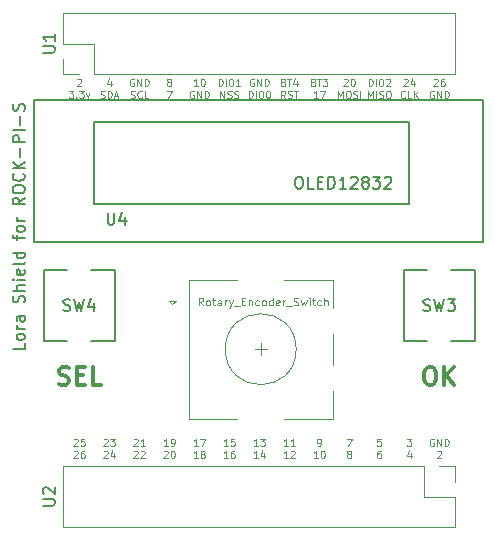
<source format=gbr>
G04 #@! TF.GenerationSoftware,KiCad,Pcbnew,(5.1.5)-3*
G04 #@! TF.CreationDate,2020-02-26T18:40:07+01:00*
G04 #@! TF.ProjectId,minirpi2,6d696e69-7270-4693-922e-6b696361645f,rev?*
G04 #@! TF.SameCoordinates,Original*
G04 #@! TF.FileFunction,Legend,Top*
G04 #@! TF.FilePolarity,Positive*
%FSLAX46Y46*%
G04 Gerber Fmt 4.6, Leading zero omitted, Abs format (unit mm)*
G04 Created by KiCad (PCBNEW (5.1.5)-3) date 2020-02-26 18:40:07*
%MOMM*%
%LPD*%
G04 APERTURE LIST*
%ADD10C,0.300000*%
%ADD11C,0.075000*%
%ADD12C,0.150000*%
%ADD13C,0.120000*%
%ADD14C,0.100000*%
G04 APERTURE END LIST*
D10*
X215007142Y-67758571D02*
X215292857Y-67758571D01*
X215435714Y-67830000D01*
X215578571Y-67972857D01*
X215650000Y-68258571D01*
X215650000Y-68758571D01*
X215578571Y-69044285D01*
X215435714Y-69187142D01*
X215292857Y-69258571D01*
X215007142Y-69258571D01*
X214864285Y-69187142D01*
X214721428Y-69044285D01*
X214650000Y-68758571D01*
X214650000Y-68258571D01*
X214721428Y-67972857D01*
X214864285Y-67830000D01*
X215007142Y-67758571D01*
X216292857Y-69258571D02*
X216292857Y-67758571D01*
X217150000Y-69258571D02*
X216507142Y-68401428D01*
X217150000Y-67758571D02*
X216292857Y-68615714D01*
X183705714Y-69187142D02*
X183920000Y-69258571D01*
X184277142Y-69258571D01*
X184420000Y-69187142D01*
X184491428Y-69115714D01*
X184562857Y-68972857D01*
X184562857Y-68830000D01*
X184491428Y-68687142D01*
X184420000Y-68615714D01*
X184277142Y-68544285D01*
X183991428Y-68472857D01*
X183848571Y-68401428D01*
X183777142Y-68330000D01*
X183705714Y-68187142D01*
X183705714Y-68044285D01*
X183777142Y-67901428D01*
X183848571Y-67830000D01*
X183991428Y-67758571D01*
X184348571Y-67758571D01*
X184562857Y-67830000D01*
X185205714Y-68472857D02*
X185705714Y-68472857D01*
X185920000Y-69258571D02*
X185205714Y-69258571D01*
X185205714Y-67758571D01*
X185920000Y-67758571D01*
X187277142Y-69258571D02*
X186562857Y-69258571D01*
X186562857Y-67758571D01*
D11*
X213160000Y-73839428D02*
X213531428Y-73839428D01*
X213331428Y-74068000D01*
X213417142Y-74068000D01*
X213474285Y-74096571D01*
X213502857Y-74125142D01*
X213531428Y-74182285D01*
X213531428Y-74325142D01*
X213502857Y-74382285D01*
X213474285Y-74410857D01*
X213417142Y-74439428D01*
X213245714Y-74439428D01*
X213188571Y-74410857D01*
X213160000Y-74382285D01*
X210934285Y-74855428D02*
X210820000Y-74855428D01*
X210762857Y-74884000D01*
X210734285Y-74912571D01*
X210677142Y-74998285D01*
X210648571Y-75112571D01*
X210648571Y-75341142D01*
X210677142Y-75398285D01*
X210705714Y-75426857D01*
X210762857Y-75455428D01*
X210877142Y-75455428D01*
X210934285Y-75426857D01*
X210962857Y-75398285D01*
X210991428Y-75341142D01*
X210991428Y-75198285D01*
X210962857Y-75141142D01*
X210934285Y-75112571D01*
X210877142Y-75084000D01*
X210762857Y-75084000D01*
X210705714Y-75112571D01*
X210677142Y-75141142D01*
X210648571Y-75198285D01*
X208080000Y-73839428D02*
X208480000Y-73839428D01*
X208222857Y-74439428D01*
X208222857Y-75112571D02*
X208165714Y-75084000D01*
X208137142Y-75055428D01*
X208108571Y-74998285D01*
X208108571Y-74969714D01*
X208137142Y-74912571D01*
X208165714Y-74884000D01*
X208222857Y-74855428D01*
X208337142Y-74855428D01*
X208394285Y-74884000D01*
X208422857Y-74912571D01*
X208451428Y-74969714D01*
X208451428Y-74998285D01*
X208422857Y-75055428D01*
X208394285Y-75084000D01*
X208337142Y-75112571D01*
X208222857Y-75112571D01*
X208165714Y-75141142D01*
X208137142Y-75169714D01*
X208108571Y-75226857D01*
X208108571Y-75341142D01*
X208137142Y-75398285D01*
X208165714Y-75426857D01*
X208222857Y-75455428D01*
X208337142Y-75455428D01*
X208394285Y-75426857D01*
X208422857Y-75398285D01*
X208451428Y-75341142D01*
X208451428Y-75226857D01*
X208422857Y-75169714D01*
X208394285Y-75141142D01*
X208337142Y-75112571D01*
X205625714Y-74439428D02*
X205740000Y-74439428D01*
X205797142Y-74410857D01*
X205825714Y-74382285D01*
X205882857Y-74296571D01*
X205911428Y-74182285D01*
X205911428Y-73953714D01*
X205882857Y-73896571D01*
X205854285Y-73868000D01*
X205797142Y-73839428D01*
X205682857Y-73839428D01*
X205625714Y-73868000D01*
X205597142Y-73896571D01*
X205568571Y-73953714D01*
X205568571Y-74096571D01*
X205597142Y-74153714D01*
X205625714Y-74182285D01*
X205682857Y-74210857D01*
X205797142Y-74210857D01*
X205854285Y-74182285D01*
X205882857Y-74153714D01*
X205911428Y-74096571D01*
X205625714Y-75455428D02*
X205282857Y-75455428D01*
X205454285Y-75455428D02*
X205454285Y-74855428D01*
X205397142Y-74941142D01*
X205340000Y-74998285D01*
X205282857Y-75026857D01*
X205997142Y-74855428D02*
X206054285Y-74855428D01*
X206111428Y-74884000D01*
X206140000Y-74912571D01*
X206168571Y-74969714D01*
X206197142Y-75084000D01*
X206197142Y-75226857D01*
X206168571Y-75341142D01*
X206140000Y-75398285D01*
X206111428Y-75426857D01*
X206054285Y-75455428D01*
X205997142Y-75455428D01*
X205940000Y-75426857D01*
X205911428Y-75398285D01*
X205882857Y-75341142D01*
X205854285Y-75226857D01*
X205854285Y-75084000D01*
X205882857Y-74969714D01*
X205911428Y-74912571D01*
X205940000Y-74884000D01*
X205997142Y-74855428D01*
X210962857Y-73839428D02*
X210677142Y-73839428D01*
X210648571Y-74125142D01*
X210677142Y-74096571D01*
X210734285Y-74068000D01*
X210877142Y-74068000D01*
X210934285Y-74096571D01*
X210962857Y-74125142D01*
X210991428Y-74182285D01*
X210991428Y-74325142D01*
X210962857Y-74382285D01*
X210934285Y-74410857D01*
X210877142Y-74439428D01*
X210734285Y-74439428D01*
X210677142Y-74410857D01*
X210648571Y-74382285D01*
X213474285Y-75055428D02*
X213474285Y-75455428D01*
X213331428Y-74826857D02*
X213188571Y-75255428D01*
X213560000Y-75255428D01*
X198005714Y-74439428D02*
X197662857Y-74439428D01*
X197834285Y-74439428D02*
X197834285Y-73839428D01*
X197777142Y-73925142D01*
X197720000Y-73982285D01*
X197662857Y-74010857D01*
X198548571Y-73839428D02*
X198262857Y-73839428D01*
X198234285Y-74125142D01*
X198262857Y-74096571D01*
X198320000Y-74068000D01*
X198462857Y-74068000D01*
X198520000Y-74096571D01*
X198548571Y-74125142D01*
X198577142Y-74182285D01*
X198577142Y-74325142D01*
X198548571Y-74382285D01*
X198520000Y-74410857D01*
X198462857Y-74439428D01*
X198320000Y-74439428D01*
X198262857Y-74410857D01*
X198234285Y-74382285D01*
X198005714Y-75455428D02*
X197662857Y-75455428D01*
X197834285Y-75455428D02*
X197834285Y-74855428D01*
X197777142Y-74941142D01*
X197720000Y-74998285D01*
X197662857Y-75026857D01*
X198520000Y-74855428D02*
X198405714Y-74855428D01*
X198348571Y-74884000D01*
X198320000Y-74912571D01*
X198262857Y-74998285D01*
X198234285Y-75112571D01*
X198234285Y-75341142D01*
X198262857Y-75398285D01*
X198291428Y-75426857D01*
X198348571Y-75455428D01*
X198462857Y-75455428D01*
X198520000Y-75426857D01*
X198548571Y-75398285D01*
X198577142Y-75341142D01*
X198577142Y-75198285D01*
X198548571Y-75141142D01*
X198520000Y-75112571D01*
X198462857Y-75084000D01*
X198348571Y-75084000D01*
X198291428Y-75112571D01*
X198262857Y-75141142D01*
X198234285Y-75198285D01*
X195465714Y-74439428D02*
X195122857Y-74439428D01*
X195294285Y-74439428D02*
X195294285Y-73839428D01*
X195237142Y-73925142D01*
X195180000Y-73982285D01*
X195122857Y-74010857D01*
X195665714Y-73839428D02*
X196065714Y-73839428D01*
X195808571Y-74439428D01*
X195465714Y-75455428D02*
X195122857Y-75455428D01*
X195294285Y-75455428D02*
X195294285Y-74855428D01*
X195237142Y-74941142D01*
X195180000Y-74998285D01*
X195122857Y-75026857D01*
X195808571Y-75112571D02*
X195751428Y-75084000D01*
X195722857Y-75055428D01*
X195694285Y-74998285D01*
X195694285Y-74969714D01*
X195722857Y-74912571D01*
X195751428Y-74884000D01*
X195808571Y-74855428D01*
X195922857Y-74855428D01*
X195980000Y-74884000D01*
X196008571Y-74912571D01*
X196037142Y-74969714D01*
X196037142Y-74998285D01*
X196008571Y-75055428D01*
X195980000Y-75084000D01*
X195922857Y-75112571D01*
X195808571Y-75112571D01*
X195751428Y-75141142D01*
X195722857Y-75169714D01*
X195694285Y-75226857D01*
X195694285Y-75341142D01*
X195722857Y-75398285D01*
X195751428Y-75426857D01*
X195808571Y-75455428D01*
X195922857Y-75455428D01*
X195980000Y-75426857D01*
X196008571Y-75398285D01*
X196037142Y-75341142D01*
X196037142Y-75226857D01*
X196008571Y-75169714D01*
X195980000Y-75141142D01*
X195922857Y-75112571D01*
X203085714Y-75455428D02*
X202742857Y-75455428D01*
X202914285Y-75455428D02*
X202914285Y-74855428D01*
X202857142Y-74941142D01*
X202800000Y-74998285D01*
X202742857Y-75026857D01*
X203314285Y-74912571D02*
X203342857Y-74884000D01*
X203400000Y-74855428D01*
X203542857Y-74855428D01*
X203600000Y-74884000D01*
X203628571Y-74912571D01*
X203657142Y-74969714D01*
X203657142Y-75026857D01*
X203628571Y-75112571D01*
X203285714Y-75455428D01*
X203657142Y-75455428D01*
X200545714Y-74439428D02*
X200202857Y-74439428D01*
X200374285Y-74439428D02*
X200374285Y-73839428D01*
X200317142Y-73925142D01*
X200260000Y-73982285D01*
X200202857Y-74010857D01*
X200745714Y-73839428D02*
X201117142Y-73839428D01*
X200917142Y-74068000D01*
X201002857Y-74068000D01*
X201060000Y-74096571D01*
X201088571Y-74125142D01*
X201117142Y-74182285D01*
X201117142Y-74325142D01*
X201088571Y-74382285D01*
X201060000Y-74410857D01*
X201002857Y-74439428D01*
X200831428Y-74439428D01*
X200774285Y-74410857D01*
X200745714Y-74382285D01*
X203085714Y-74439428D02*
X202742857Y-74439428D01*
X202914285Y-74439428D02*
X202914285Y-73839428D01*
X202857142Y-73925142D01*
X202800000Y-73982285D01*
X202742857Y-74010857D01*
X203657142Y-74439428D02*
X203314285Y-74439428D01*
X203485714Y-74439428D02*
X203485714Y-73839428D01*
X203428571Y-73925142D01*
X203371428Y-73982285D01*
X203314285Y-74010857D01*
X200545714Y-75455428D02*
X200202857Y-75455428D01*
X200374285Y-75455428D02*
X200374285Y-74855428D01*
X200317142Y-74941142D01*
X200260000Y-74998285D01*
X200202857Y-75026857D01*
X201060000Y-75055428D02*
X201060000Y-75455428D01*
X200917142Y-74826857D02*
X200774285Y-75255428D01*
X201145714Y-75255428D01*
X192925714Y-74439428D02*
X192582857Y-74439428D01*
X192754285Y-74439428D02*
X192754285Y-73839428D01*
X192697142Y-73925142D01*
X192640000Y-73982285D01*
X192582857Y-74010857D01*
X193211428Y-74439428D02*
X193325714Y-74439428D01*
X193382857Y-74410857D01*
X193411428Y-74382285D01*
X193468571Y-74296571D01*
X193497142Y-74182285D01*
X193497142Y-73953714D01*
X193468571Y-73896571D01*
X193440000Y-73868000D01*
X193382857Y-73839428D01*
X193268571Y-73839428D01*
X193211428Y-73868000D01*
X193182857Y-73896571D01*
X193154285Y-73953714D01*
X193154285Y-74096571D01*
X193182857Y-74153714D01*
X193211428Y-74182285D01*
X193268571Y-74210857D01*
X193382857Y-74210857D01*
X193440000Y-74182285D01*
X193468571Y-74153714D01*
X193497142Y-74096571D01*
X192582857Y-74912571D02*
X192611428Y-74884000D01*
X192668571Y-74855428D01*
X192811428Y-74855428D01*
X192868571Y-74884000D01*
X192897142Y-74912571D01*
X192925714Y-74969714D01*
X192925714Y-75026857D01*
X192897142Y-75112571D01*
X192554285Y-75455428D01*
X192925714Y-75455428D01*
X193297142Y-74855428D02*
X193354285Y-74855428D01*
X193411428Y-74884000D01*
X193440000Y-74912571D01*
X193468571Y-74969714D01*
X193497142Y-75084000D01*
X193497142Y-75226857D01*
X193468571Y-75341142D01*
X193440000Y-75398285D01*
X193411428Y-75426857D01*
X193354285Y-75455428D01*
X193297142Y-75455428D01*
X193240000Y-75426857D01*
X193211428Y-75398285D01*
X193182857Y-75341142D01*
X193154285Y-75226857D01*
X193154285Y-75084000D01*
X193182857Y-74969714D01*
X193211428Y-74912571D01*
X193240000Y-74884000D01*
X193297142Y-74855428D01*
X190042857Y-73896571D02*
X190071428Y-73868000D01*
X190128571Y-73839428D01*
X190271428Y-73839428D01*
X190328571Y-73868000D01*
X190357142Y-73896571D01*
X190385714Y-73953714D01*
X190385714Y-74010857D01*
X190357142Y-74096571D01*
X190014285Y-74439428D01*
X190385714Y-74439428D01*
X190957142Y-74439428D02*
X190614285Y-74439428D01*
X190785714Y-74439428D02*
X190785714Y-73839428D01*
X190728571Y-73925142D01*
X190671428Y-73982285D01*
X190614285Y-74010857D01*
X190042857Y-74912571D02*
X190071428Y-74884000D01*
X190128571Y-74855428D01*
X190271428Y-74855428D01*
X190328571Y-74884000D01*
X190357142Y-74912571D01*
X190385714Y-74969714D01*
X190385714Y-75026857D01*
X190357142Y-75112571D01*
X190014285Y-75455428D01*
X190385714Y-75455428D01*
X190614285Y-74912571D02*
X190642857Y-74884000D01*
X190700000Y-74855428D01*
X190842857Y-74855428D01*
X190900000Y-74884000D01*
X190928571Y-74912571D01*
X190957142Y-74969714D01*
X190957142Y-75026857D01*
X190928571Y-75112571D01*
X190585714Y-75455428D01*
X190957142Y-75455428D01*
X187502857Y-73896571D02*
X187531428Y-73868000D01*
X187588571Y-73839428D01*
X187731428Y-73839428D01*
X187788571Y-73868000D01*
X187817142Y-73896571D01*
X187845714Y-73953714D01*
X187845714Y-74010857D01*
X187817142Y-74096571D01*
X187474285Y-74439428D01*
X187845714Y-74439428D01*
X188045714Y-73839428D02*
X188417142Y-73839428D01*
X188217142Y-74068000D01*
X188302857Y-74068000D01*
X188360000Y-74096571D01*
X188388571Y-74125142D01*
X188417142Y-74182285D01*
X188417142Y-74325142D01*
X188388571Y-74382285D01*
X188360000Y-74410857D01*
X188302857Y-74439428D01*
X188131428Y-74439428D01*
X188074285Y-74410857D01*
X188045714Y-74382285D01*
X187502857Y-74912571D02*
X187531428Y-74884000D01*
X187588571Y-74855428D01*
X187731428Y-74855428D01*
X187788571Y-74884000D01*
X187817142Y-74912571D01*
X187845714Y-74969714D01*
X187845714Y-75026857D01*
X187817142Y-75112571D01*
X187474285Y-75455428D01*
X187845714Y-75455428D01*
X188360000Y-75055428D02*
X188360000Y-75455428D01*
X188217142Y-74826857D02*
X188074285Y-75255428D01*
X188445714Y-75255428D01*
X184962857Y-74912571D02*
X184991428Y-74884000D01*
X185048571Y-74855428D01*
X185191428Y-74855428D01*
X185248571Y-74884000D01*
X185277142Y-74912571D01*
X185305714Y-74969714D01*
X185305714Y-75026857D01*
X185277142Y-75112571D01*
X184934285Y-75455428D01*
X185305714Y-75455428D01*
X185820000Y-74855428D02*
X185705714Y-74855428D01*
X185648571Y-74884000D01*
X185620000Y-74912571D01*
X185562857Y-74998285D01*
X185534285Y-75112571D01*
X185534285Y-75341142D01*
X185562857Y-75398285D01*
X185591428Y-75426857D01*
X185648571Y-75455428D01*
X185762857Y-75455428D01*
X185820000Y-75426857D01*
X185848571Y-75398285D01*
X185877142Y-75341142D01*
X185877142Y-75198285D01*
X185848571Y-75141142D01*
X185820000Y-75112571D01*
X185762857Y-75084000D01*
X185648571Y-75084000D01*
X185591428Y-75112571D01*
X185562857Y-75141142D01*
X185534285Y-75198285D01*
X184962857Y-73896571D02*
X184991428Y-73868000D01*
X185048571Y-73839428D01*
X185191428Y-73839428D01*
X185248571Y-73868000D01*
X185277142Y-73896571D01*
X185305714Y-73953714D01*
X185305714Y-74010857D01*
X185277142Y-74096571D01*
X184934285Y-74439428D01*
X185305714Y-74439428D01*
X185848571Y-73839428D02*
X185562857Y-73839428D01*
X185534285Y-74125142D01*
X185562857Y-74096571D01*
X185620000Y-74068000D01*
X185762857Y-74068000D01*
X185820000Y-74096571D01*
X185848571Y-74125142D01*
X185877142Y-74182285D01*
X185877142Y-74325142D01*
X185848571Y-74382285D01*
X185820000Y-74410857D01*
X185762857Y-74439428D01*
X185620000Y-74439428D01*
X185562857Y-74410857D01*
X185534285Y-74382285D01*
X215728571Y-74912571D02*
X215757142Y-74884000D01*
X215814285Y-74855428D01*
X215957142Y-74855428D01*
X216014285Y-74884000D01*
X216042857Y-74912571D01*
X216071428Y-74969714D01*
X216071428Y-75026857D01*
X216042857Y-75112571D01*
X215700000Y-75455428D01*
X216071428Y-75455428D01*
X215442857Y-73868000D02*
X215385714Y-73839428D01*
X215300000Y-73839428D01*
X215214285Y-73868000D01*
X215157142Y-73925142D01*
X215128571Y-73982285D01*
X215100000Y-74096571D01*
X215100000Y-74182285D01*
X215128571Y-74296571D01*
X215157142Y-74353714D01*
X215214285Y-74410857D01*
X215300000Y-74439428D01*
X215357142Y-74439428D01*
X215442857Y-74410857D01*
X215471428Y-74382285D01*
X215471428Y-74182285D01*
X215357142Y-74182285D01*
X215728571Y-74439428D02*
X215728571Y-73839428D01*
X216071428Y-74439428D01*
X216071428Y-73839428D01*
X216357142Y-74439428D02*
X216357142Y-73839428D01*
X216500000Y-73839428D01*
X216585714Y-73868000D01*
X216642857Y-73925142D01*
X216671428Y-73982285D01*
X216700000Y-74096571D01*
X216700000Y-74182285D01*
X216671428Y-74296571D01*
X216642857Y-74353714D01*
X216585714Y-74410857D01*
X216500000Y-74439428D01*
X216357142Y-74439428D01*
X215442857Y-43416571D02*
X215471428Y-43388000D01*
X215528571Y-43359428D01*
X215671428Y-43359428D01*
X215728571Y-43388000D01*
X215757142Y-43416571D01*
X215785714Y-43473714D01*
X215785714Y-43530857D01*
X215757142Y-43616571D01*
X215414285Y-43959428D01*
X215785714Y-43959428D01*
X216300000Y-43359428D02*
X216185714Y-43359428D01*
X216128571Y-43388000D01*
X216100000Y-43416571D01*
X216042857Y-43502285D01*
X216014285Y-43616571D01*
X216014285Y-43845142D01*
X216042857Y-43902285D01*
X216071428Y-43930857D01*
X216128571Y-43959428D01*
X216242857Y-43959428D01*
X216300000Y-43930857D01*
X216328571Y-43902285D01*
X216357142Y-43845142D01*
X216357142Y-43702285D01*
X216328571Y-43645142D01*
X216300000Y-43616571D01*
X216242857Y-43588000D01*
X216128571Y-43588000D01*
X216071428Y-43616571D01*
X216042857Y-43645142D01*
X216014285Y-43702285D01*
X212902857Y-43416571D02*
X212931428Y-43388000D01*
X212988571Y-43359428D01*
X213131428Y-43359428D01*
X213188571Y-43388000D01*
X213217142Y-43416571D01*
X213245714Y-43473714D01*
X213245714Y-43530857D01*
X213217142Y-43616571D01*
X212874285Y-43959428D01*
X213245714Y-43959428D01*
X213760000Y-43559428D02*
X213760000Y-43959428D01*
X213617142Y-43330857D02*
X213474285Y-43759428D01*
X213845714Y-43759428D01*
X207822857Y-43416571D02*
X207851428Y-43388000D01*
X207908571Y-43359428D01*
X208051428Y-43359428D01*
X208108571Y-43388000D01*
X208137142Y-43416571D01*
X208165714Y-43473714D01*
X208165714Y-43530857D01*
X208137142Y-43616571D01*
X207794285Y-43959428D01*
X208165714Y-43959428D01*
X208537142Y-43359428D02*
X208594285Y-43359428D01*
X208651428Y-43388000D01*
X208680000Y-43416571D01*
X208708571Y-43473714D01*
X208737142Y-43588000D01*
X208737142Y-43730857D01*
X208708571Y-43845142D01*
X208680000Y-43902285D01*
X208651428Y-43930857D01*
X208594285Y-43959428D01*
X208537142Y-43959428D01*
X208480000Y-43930857D01*
X208451428Y-43902285D01*
X208422857Y-43845142D01*
X208394285Y-43730857D01*
X208394285Y-43588000D01*
X208422857Y-43473714D01*
X208451428Y-43416571D01*
X208480000Y-43388000D01*
X208537142Y-43359428D01*
X205625714Y-44975428D02*
X205282857Y-44975428D01*
X205454285Y-44975428D02*
X205454285Y-44375428D01*
X205397142Y-44461142D01*
X205340000Y-44518285D01*
X205282857Y-44546857D01*
X205825714Y-44375428D02*
X206225714Y-44375428D01*
X205968571Y-44975428D01*
X195465714Y-43959428D02*
X195122857Y-43959428D01*
X195294285Y-43959428D02*
X195294285Y-43359428D01*
X195237142Y-43445142D01*
X195180000Y-43502285D01*
X195122857Y-43530857D01*
X195837142Y-43359428D02*
X195894285Y-43359428D01*
X195951428Y-43388000D01*
X195980000Y-43416571D01*
X196008571Y-43473714D01*
X196037142Y-43588000D01*
X196037142Y-43730857D01*
X196008571Y-43845142D01*
X195980000Y-43902285D01*
X195951428Y-43930857D01*
X195894285Y-43959428D01*
X195837142Y-43959428D01*
X195780000Y-43930857D01*
X195751428Y-43902285D01*
X195722857Y-43845142D01*
X195694285Y-43730857D01*
X195694285Y-43588000D01*
X195722857Y-43473714D01*
X195751428Y-43416571D01*
X195780000Y-43388000D01*
X195837142Y-43359428D01*
X192840000Y-44375428D02*
X193240000Y-44375428D01*
X192982857Y-44975428D01*
X192982857Y-43616571D02*
X192925714Y-43588000D01*
X192897142Y-43559428D01*
X192868571Y-43502285D01*
X192868571Y-43473714D01*
X192897142Y-43416571D01*
X192925714Y-43388000D01*
X192982857Y-43359428D01*
X193097142Y-43359428D01*
X193154285Y-43388000D01*
X193182857Y-43416571D01*
X193211428Y-43473714D01*
X193211428Y-43502285D01*
X193182857Y-43559428D01*
X193154285Y-43588000D01*
X193097142Y-43616571D01*
X192982857Y-43616571D01*
X192925714Y-43645142D01*
X192897142Y-43673714D01*
X192868571Y-43730857D01*
X192868571Y-43845142D01*
X192897142Y-43902285D01*
X192925714Y-43930857D01*
X192982857Y-43959428D01*
X193097142Y-43959428D01*
X193154285Y-43930857D01*
X193182857Y-43902285D01*
X193211428Y-43845142D01*
X193211428Y-43730857D01*
X193182857Y-43673714D01*
X193154285Y-43645142D01*
X193097142Y-43616571D01*
X188074285Y-43559428D02*
X188074285Y-43959428D01*
X187931428Y-43330857D02*
X187788571Y-43759428D01*
X188160000Y-43759428D01*
X185248571Y-43416571D02*
X185277142Y-43388000D01*
X185334285Y-43359428D01*
X185477142Y-43359428D01*
X185534285Y-43388000D01*
X185562857Y-43416571D01*
X185591428Y-43473714D01*
X185591428Y-43530857D01*
X185562857Y-43616571D01*
X185220000Y-43959428D01*
X185591428Y-43959428D01*
X209920000Y-43959428D02*
X209920000Y-43359428D01*
X210062857Y-43359428D01*
X210148571Y-43388000D01*
X210205714Y-43445142D01*
X210234285Y-43502285D01*
X210262857Y-43616571D01*
X210262857Y-43702285D01*
X210234285Y-43816571D01*
X210205714Y-43873714D01*
X210148571Y-43930857D01*
X210062857Y-43959428D01*
X209920000Y-43959428D01*
X210520000Y-43959428D02*
X210520000Y-43359428D01*
X210920000Y-43359428D02*
X211034285Y-43359428D01*
X211091428Y-43388000D01*
X211148571Y-43445142D01*
X211177142Y-43559428D01*
X211177142Y-43759428D01*
X211148571Y-43873714D01*
X211091428Y-43930857D01*
X211034285Y-43959428D01*
X210920000Y-43959428D01*
X210862857Y-43930857D01*
X210805714Y-43873714D01*
X210777142Y-43759428D01*
X210777142Y-43559428D01*
X210805714Y-43445142D01*
X210862857Y-43388000D01*
X210920000Y-43359428D01*
X211405714Y-43416571D02*
X211434285Y-43388000D01*
X211491428Y-43359428D01*
X211634285Y-43359428D01*
X211691428Y-43388000D01*
X211720000Y-43416571D01*
X211748571Y-43473714D01*
X211748571Y-43530857D01*
X211720000Y-43616571D01*
X211377142Y-43959428D01*
X211748571Y-43959428D01*
X205268571Y-43645142D02*
X205354285Y-43673714D01*
X205382857Y-43702285D01*
X205411428Y-43759428D01*
X205411428Y-43845142D01*
X205382857Y-43902285D01*
X205354285Y-43930857D01*
X205297142Y-43959428D01*
X205068571Y-43959428D01*
X205068571Y-43359428D01*
X205268571Y-43359428D01*
X205325714Y-43388000D01*
X205354285Y-43416571D01*
X205382857Y-43473714D01*
X205382857Y-43530857D01*
X205354285Y-43588000D01*
X205325714Y-43616571D01*
X205268571Y-43645142D01*
X205068571Y-43645142D01*
X205582857Y-43359428D02*
X205925714Y-43359428D01*
X205754285Y-43959428D02*
X205754285Y-43359428D01*
X206068571Y-43359428D02*
X206440000Y-43359428D01*
X206240000Y-43588000D01*
X206325714Y-43588000D01*
X206382857Y-43616571D01*
X206411428Y-43645142D01*
X206440000Y-43702285D01*
X206440000Y-43845142D01*
X206411428Y-43902285D01*
X206382857Y-43930857D01*
X206325714Y-43959428D01*
X206154285Y-43959428D01*
X206097142Y-43930857D01*
X206068571Y-43902285D01*
X202728571Y-43645142D02*
X202814285Y-43673714D01*
X202842857Y-43702285D01*
X202871428Y-43759428D01*
X202871428Y-43845142D01*
X202842857Y-43902285D01*
X202814285Y-43930857D01*
X202757142Y-43959428D01*
X202528571Y-43959428D01*
X202528571Y-43359428D01*
X202728571Y-43359428D01*
X202785714Y-43388000D01*
X202814285Y-43416571D01*
X202842857Y-43473714D01*
X202842857Y-43530857D01*
X202814285Y-43588000D01*
X202785714Y-43616571D01*
X202728571Y-43645142D01*
X202528571Y-43645142D01*
X203042857Y-43359428D02*
X203385714Y-43359428D01*
X203214285Y-43959428D02*
X203214285Y-43359428D01*
X203842857Y-43559428D02*
X203842857Y-43959428D01*
X203700000Y-43330857D02*
X203557142Y-43759428D01*
X203928571Y-43759428D01*
X197220000Y-43959428D02*
X197220000Y-43359428D01*
X197362857Y-43359428D01*
X197448571Y-43388000D01*
X197505714Y-43445142D01*
X197534285Y-43502285D01*
X197562857Y-43616571D01*
X197562857Y-43702285D01*
X197534285Y-43816571D01*
X197505714Y-43873714D01*
X197448571Y-43930857D01*
X197362857Y-43959428D01*
X197220000Y-43959428D01*
X197820000Y-43959428D02*
X197820000Y-43359428D01*
X198220000Y-43359428D02*
X198334285Y-43359428D01*
X198391428Y-43388000D01*
X198448571Y-43445142D01*
X198477142Y-43559428D01*
X198477142Y-43759428D01*
X198448571Y-43873714D01*
X198391428Y-43930857D01*
X198334285Y-43959428D01*
X198220000Y-43959428D01*
X198162857Y-43930857D01*
X198105714Y-43873714D01*
X198077142Y-43759428D01*
X198077142Y-43559428D01*
X198105714Y-43445142D01*
X198162857Y-43388000D01*
X198220000Y-43359428D01*
X199048571Y-43959428D02*
X198705714Y-43959428D01*
X198877142Y-43959428D02*
X198877142Y-43359428D01*
X198820000Y-43445142D01*
X198762857Y-43502285D01*
X198705714Y-43530857D01*
X190042857Y-43388000D02*
X189985714Y-43359428D01*
X189900000Y-43359428D01*
X189814285Y-43388000D01*
X189757142Y-43445142D01*
X189728571Y-43502285D01*
X189700000Y-43616571D01*
X189700000Y-43702285D01*
X189728571Y-43816571D01*
X189757142Y-43873714D01*
X189814285Y-43930857D01*
X189900000Y-43959428D01*
X189957142Y-43959428D01*
X190042857Y-43930857D01*
X190071428Y-43902285D01*
X190071428Y-43702285D01*
X189957142Y-43702285D01*
X190328571Y-43959428D02*
X190328571Y-43359428D01*
X190671428Y-43959428D01*
X190671428Y-43359428D01*
X190957142Y-43959428D02*
X190957142Y-43359428D01*
X191100000Y-43359428D01*
X191185714Y-43388000D01*
X191242857Y-43445142D01*
X191271428Y-43502285D01*
X191300000Y-43616571D01*
X191300000Y-43702285D01*
X191271428Y-43816571D01*
X191242857Y-43873714D01*
X191185714Y-43930857D01*
X191100000Y-43959428D01*
X190957142Y-43959428D01*
X199760000Y-44975428D02*
X199760000Y-44375428D01*
X199902857Y-44375428D01*
X199988571Y-44404000D01*
X200045714Y-44461142D01*
X200074285Y-44518285D01*
X200102857Y-44632571D01*
X200102857Y-44718285D01*
X200074285Y-44832571D01*
X200045714Y-44889714D01*
X199988571Y-44946857D01*
X199902857Y-44975428D01*
X199760000Y-44975428D01*
X200360000Y-44975428D02*
X200360000Y-44375428D01*
X200760000Y-44375428D02*
X200874285Y-44375428D01*
X200931428Y-44404000D01*
X200988571Y-44461142D01*
X201017142Y-44575428D01*
X201017142Y-44775428D01*
X200988571Y-44889714D01*
X200931428Y-44946857D01*
X200874285Y-44975428D01*
X200760000Y-44975428D01*
X200702857Y-44946857D01*
X200645714Y-44889714D01*
X200617142Y-44775428D01*
X200617142Y-44575428D01*
X200645714Y-44461142D01*
X200702857Y-44404000D01*
X200760000Y-44375428D01*
X201388571Y-44375428D02*
X201445714Y-44375428D01*
X201502857Y-44404000D01*
X201531428Y-44432571D01*
X201560000Y-44489714D01*
X201588571Y-44604000D01*
X201588571Y-44746857D01*
X201560000Y-44861142D01*
X201531428Y-44918285D01*
X201502857Y-44946857D01*
X201445714Y-44975428D01*
X201388571Y-44975428D01*
X201331428Y-44946857D01*
X201302857Y-44918285D01*
X201274285Y-44861142D01*
X201245714Y-44746857D01*
X201245714Y-44604000D01*
X201274285Y-44489714D01*
X201302857Y-44432571D01*
X201331428Y-44404000D01*
X201388571Y-44375428D01*
X200202857Y-43388000D02*
X200145714Y-43359428D01*
X200060000Y-43359428D01*
X199974285Y-43388000D01*
X199917142Y-43445142D01*
X199888571Y-43502285D01*
X199860000Y-43616571D01*
X199860000Y-43702285D01*
X199888571Y-43816571D01*
X199917142Y-43873714D01*
X199974285Y-43930857D01*
X200060000Y-43959428D01*
X200117142Y-43959428D01*
X200202857Y-43930857D01*
X200231428Y-43902285D01*
X200231428Y-43702285D01*
X200117142Y-43702285D01*
X200488571Y-43959428D02*
X200488571Y-43359428D01*
X200831428Y-43959428D01*
X200831428Y-43359428D01*
X201117142Y-43959428D02*
X201117142Y-43359428D01*
X201260000Y-43359428D01*
X201345714Y-43388000D01*
X201402857Y-43445142D01*
X201431428Y-43502285D01*
X201460000Y-43616571D01*
X201460000Y-43702285D01*
X201431428Y-43816571D01*
X201402857Y-43873714D01*
X201345714Y-43930857D01*
X201260000Y-43959428D01*
X201117142Y-43959428D01*
X202871428Y-44975428D02*
X202671428Y-44689714D01*
X202528571Y-44975428D02*
X202528571Y-44375428D01*
X202757142Y-44375428D01*
X202814285Y-44404000D01*
X202842857Y-44432571D01*
X202871428Y-44489714D01*
X202871428Y-44575428D01*
X202842857Y-44632571D01*
X202814285Y-44661142D01*
X202757142Y-44689714D01*
X202528571Y-44689714D01*
X203100000Y-44946857D02*
X203185714Y-44975428D01*
X203328571Y-44975428D01*
X203385714Y-44946857D01*
X203414285Y-44918285D01*
X203442857Y-44861142D01*
X203442857Y-44804000D01*
X203414285Y-44746857D01*
X203385714Y-44718285D01*
X203328571Y-44689714D01*
X203214285Y-44661142D01*
X203157142Y-44632571D01*
X203128571Y-44604000D01*
X203100000Y-44546857D01*
X203100000Y-44489714D01*
X203128571Y-44432571D01*
X203157142Y-44404000D01*
X203214285Y-44375428D01*
X203357142Y-44375428D01*
X203442857Y-44404000D01*
X203614285Y-44375428D02*
X203957142Y-44375428D01*
X203785714Y-44975428D02*
X203785714Y-44375428D01*
X197377142Y-44975428D02*
X197377142Y-44375428D01*
X197720000Y-44975428D01*
X197720000Y-44375428D01*
X197977142Y-44946857D02*
X198062857Y-44975428D01*
X198205714Y-44975428D01*
X198262857Y-44946857D01*
X198291428Y-44918285D01*
X198320000Y-44861142D01*
X198320000Y-44804000D01*
X198291428Y-44746857D01*
X198262857Y-44718285D01*
X198205714Y-44689714D01*
X198091428Y-44661142D01*
X198034285Y-44632571D01*
X198005714Y-44604000D01*
X197977142Y-44546857D01*
X197977142Y-44489714D01*
X198005714Y-44432571D01*
X198034285Y-44404000D01*
X198091428Y-44375428D01*
X198234285Y-44375428D01*
X198320000Y-44404000D01*
X198548571Y-44946857D02*
X198634285Y-44975428D01*
X198777142Y-44975428D01*
X198834285Y-44946857D01*
X198862857Y-44918285D01*
X198891428Y-44861142D01*
X198891428Y-44804000D01*
X198862857Y-44746857D01*
X198834285Y-44718285D01*
X198777142Y-44689714D01*
X198662857Y-44661142D01*
X198605714Y-44632571D01*
X198577142Y-44604000D01*
X198548571Y-44546857D01*
X198548571Y-44489714D01*
X198577142Y-44432571D01*
X198605714Y-44404000D01*
X198662857Y-44375428D01*
X198805714Y-44375428D01*
X198891428Y-44404000D01*
X195122857Y-44404000D02*
X195065714Y-44375428D01*
X194980000Y-44375428D01*
X194894285Y-44404000D01*
X194837142Y-44461142D01*
X194808571Y-44518285D01*
X194780000Y-44632571D01*
X194780000Y-44718285D01*
X194808571Y-44832571D01*
X194837142Y-44889714D01*
X194894285Y-44946857D01*
X194980000Y-44975428D01*
X195037142Y-44975428D01*
X195122857Y-44946857D01*
X195151428Y-44918285D01*
X195151428Y-44718285D01*
X195037142Y-44718285D01*
X195408571Y-44975428D02*
X195408571Y-44375428D01*
X195751428Y-44975428D01*
X195751428Y-44375428D01*
X196037142Y-44975428D02*
X196037142Y-44375428D01*
X196180000Y-44375428D01*
X196265714Y-44404000D01*
X196322857Y-44461142D01*
X196351428Y-44518285D01*
X196380000Y-44632571D01*
X196380000Y-44718285D01*
X196351428Y-44832571D01*
X196322857Y-44889714D01*
X196265714Y-44946857D01*
X196180000Y-44975428D01*
X196037142Y-44975428D01*
X189785714Y-44946857D02*
X189871428Y-44975428D01*
X190014285Y-44975428D01*
X190071428Y-44946857D01*
X190100000Y-44918285D01*
X190128571Y-44861142D01*
X190128571Y-44804000D01*
X190100000Y-44746857D01*
X190071428Y-44718285D01*
X190014285Y-44689714D01*
X189900000Y-44661142D01*
X189842857Y-44632571D01*
X189814285Y-44604000D01*
X189785714Y-44546857D01*
X189785714Y-44489714D01*
X189814285Y-44432571D01*
X189842857Y-44404000D01*
X189900000Y-44375428D01*
X190042857Y-44375428D01*
X190128571Y-44404000D01*
X190728571Y-44918285D02*
X190700000Y-44946857D01*
X190614285Y-44975428D01*
X190557142Y-44975428D01*
X190471428Y-44946857D01*
X190414285Y-44889714D01*
X190385714Y-44832571D01*
X190357142Y-44718285D01*
X190357142Y-44632571D01*
X190385714Y-44518285D01*
X190414285Y-44461142D01*
X190471428Y-44404000D01*
X190557142Y-44375428D01*
X190614285Y-44375428D01*
X190700000Y-44404000D01*
X190728571Y-44432571D01*
X191271428Y-44975428D02*
X190985714Y-44975428D01*
X190985714Y-44375428D01*
X187231428Y-44946857D02*
X187317142Y-44975428D01*
X187460000Y-44975428D01*
X187517142Y-44946857D01*
X187545714Y-44918285D01*
X187574285Y-44861142D01*
X187574285Y-44804000D01*
X187545714Y-44746857D01*
X187517142Y-44718285D01*
X187460000Y-44689714D01*
X187345714Y-44661142D01*
X187288571Y-44632571D01*
X187260000Y-44604000D01*
X187231428Y-44546857D01*
X187231428Y-44489714D01*
X187260000Y-44432571D01*
X187288571Y-44404000D01*
X187345714Y-44375428D01*
X187488571Y-44375428D01*
X187574285Y-44404000D01*
X187831428Y-44975428D02*
X187831428Y-44375428D01*
X187974285Y-44375428D01*
X188060000Y-44404000D01*
X188117142Y-44461142D01*
X188145714Y-44518285D01*
X188174285Y-44632571D01*
X188174285Y-44718285D01*
X188145714Y-44832571D01*
X188117142Y-44889714D01*
X188060000Y-44946857D01*
X187974285Y-44975428D01*
X187831428Y-44975428D01*
X188402857Y-44804000D02*
X188688571Y-44804000D01*
X188345714Y-44975428D02*
X188545714Y-44375428D01*
X188745714Y-44975428D01*
X184562857Y-44375428D02*
X184934285Y-44375428D01*
X184734285Y-44604000D01*
X184820000Y-44604000D01*
X184877142Y-44632571D01*
X184905714Y-44661142D01*
X184934285Y-44718285D01*
X184934285Y-44861142D01*
X184905714Y-44918285D01*
X184877142Y-44946857D01*
X184820000Y-44975428D01*
X184648571Y-44975428D01*
X184591428Y-44946857D01*
X184562857Y-44918285D01*
X185191428Y-44918285D02*
X185220000Y-44946857D01*
X185191428Y-44975428D01*
X185162857Y-44946857D01*
X185191428Y-44918285D01*
X185191428Y-44975428D01*
X185420000Y-44375428D02*
X185791428Y-44375428D01*
X185591428Y-44604000D01*
X185677142Y-44604000D01*
X185734285Y-44632571D01*
X185762857Y-44661142D01*
X185791428Y-44718285D01*
X185791428Y-44861142D01*
X185762857Y-44918285D01*
X185734285Y-44946857D01*
X185677142Y-44975428D01*
X185505714Y-44975428D01*
X185448571Y-44946857D01*
X185420000Y-44918285D01*
X185991428Y-44575428D02*
X186134285Y-44975428D01*
X186277142Y-44575428D01*
X215442857Y-44404000D02*
X215385714Y-44375428D01*
X215300000Y-44375428D01*
X215214285Y-44404000D01*
X215157142Y-44461142D01*
X215128571Y-44518285D01*
X215100000Y-44632571D01*
X215100000Y-44718285D01*
X215128571Y-44832571D01*
X215157142Y-44889714D01*
X215214285Y-44946857D01*
X215300000Y-44975428D01*
X215357142Y-44975428D01*
X215442857Y-44946857D01*
X215471428Y-44918285D01*
X215471428Y-44718285D01*
X215357142Y-44718285D01*
X215728571Y-44975428D02*
X215728571Y-44375428D01*
X216071428Y-44975428D01*
X216071428Y-44375428D01*
X216357142Y-44975428D02*
X216357142Y-44375428D01*
X216500000Y-44375428D01*
X216585714Y-44404000D01*
X216642857Y-44461142D01*
X216671428Y-44518285D01*
X216700000Y-44632571D01*
X216700000Y-44718285D01*
X216671428Y-44832571D01*
X216642857Y-44889714D01*
X216585714Y-44946857D01*
X216500000Y-44975428D01*
X216357142Y-44975428D01*
X213002857Y-44918285D02*
X212974285Y-44946857D01*
X212888571Y-44975428D01*
X212831428Y-44975428D01*
X212745714Y-44946857D01*
X212688571Y-44889714D01*
X212660000Y-44832571D01*
X212631428Y-44718285D01*
X212631428Y-44632571D01*
X212660000Y-44518285D01*
X212688571Y-44461142D01*
X212745714Y-44404000D01*
X212831428Y-44375428D01*
X212888571Y-44375428D01*
X212974285Y-44404000D01*
X213002857Y-44432571D01*
X213545714Y-44975428D02*
X213260000Y-44975428D01*
X213260000Y-44375428D01*
X213745714Y-44975428D02*
X213745714Y-44375428D01*
X214088571Y-44975428D02*
X213831428Y-44632571D01*
X214088571Y-44375428D02*
X213745714Y-44718285D01*
X209877142Y-44975428D02*
X209877142Y-44375428D01*
X210077142Y-44804000D01*
X210277142Y-44375428D01*
X210277142Y-44975428D01*
X210562857Y-44975428D02*
X210562857Y-44375428D01*
X210820000Y-44946857D02*
X210905714Y-44975428D01*
X211048571Y-44975428D01*
X211105714Y-44946857D01*
X211134285Y-44918285D01*
X211162857Y-44861142D01*
X211162857Y-44804000D01*
X211134285Y-44746857D01*
X211105714Y-44718285D01*
X211048571Y-44689714D01*
X210934285Y-44661142D01*
X210877142Y-44632571D01*
X210848571Y-44604000D01*
X210820000Y-44546857D01*
X210820000Y-44489714D01*
X210848571Y-44432571D01*
X210877142Y-44404000D01*
X210934285Y-44375428D01*
X211077142Y-44375428D01*
X211162857Y-44404000D01*
X211534285Y-44375428D02*
X211648571Y-44375428D01*
X211705714Y-44404000D01*
X211762857Y-44461142D01*
X211791428Y-44575428D01*
X211791428Y-44775428D01*
X211762857Y-44889714D01*
X211705714Y-44946857D01*
X211648571Y-44975428D01*
X211534285Y-44975428D01*
X211477142Y-44946857D01*
X211420000Y-44889714D01*
X211391428Y-44775428D01*
X211391428Y-44575428D01*
X211420000Y-44461142D01*
X211477142Y-44404000D01*
X211534285Y-44375428D01*
X207337142Y-44975428D02*
X207337142Y-44375428D01*
X207537142Y-44804000D01*
X207737142Y-44375428D01*
X207737142Y-44975428D01*
X208137142Y-44375428D02*
X208251428Y-44375428D01*
X208308571Y-44404000D01*
X208365714Y-44461142D01*
X208394285Y-44575428D01*
X208394285Y-44775428D01*
X208365714Y-44889714D01*
X208308571Y-44946857D01*
X208251428Y-44975428D01*
X208137142Y-44975428D01*
X208080000Y-44946857D01*
X208022857Y-44889714D01*
X207994285Y-44775428D01*
X207994285Y-44575428D01*
X208022857Y-44461142D01*
X208080000Y-44404000D01*
X208137142Y-44375428D01*
X208622857Y-44946857D02*
X208708571Y-44975428D01*
X208851428Y-44975428D01*
X208908571Y-44946857D01*
X208937142Y-44918285D01*
X208965714Y-44861142D01*
X208965714Y-44804000D01*
X208937142Y-44746857D01*
X208908571Y-44718285D01*
X208851428Y-44689714D01*
X208737142Y-44661142D01*
X208680000Y-44632571D01*
X208651428Y-44604000D01*
X208622857Y-44546857D01*
X208622857Y-44489714D01*
X208651428Y-44432571D01*
X208680000Y-44404000D01*
X208737142Y-44375428D01*
X208880000Y-44375428D01*
X208965714Y-44404000D01*
X209222857Y-44975428D02*
X209222857Y-44375428D01*
D12*
X180792380Y-65760952D02*
X180792380Y-66237142D01*
X179792380Y-66237142D01*
X180792380Y-65284761D02*
X180744761Y-65380000D01*
X180697142Y-65427619D01*
X180601904Y-65475238D01*
X180316190Y-65475238D01*
X180220952Y-65427619D01*
X180173333Y-65380000D01*
X180125714Y-65284761D01*
X180125714Y-65141904D01*
X180173333Y-65046666D01*
X180220952Y-64999047D01*
X180316190Y-64951428D01*
X180601904Y-64951428D01*
X180697142Y-64999047D01*
X180744761Y-65046666D01*
X180792380Y-65141904D01*
X180792380Y-65284761D01*
X180792380Y-64522857D02*
X180125714Y-64522857D01*
X180316190Y-64522857D02*
X180220952Y-64475238D01*
X180173333Y-64427619D01*
X180125714Y-64332380D01*
X180125714Y-64237142D01*
X180792380Y-63475238D02*
X180268571Y-63475238D01*
X180173333Y-63522857D01*
X180125714Y-63618095D01*
X180125714Y-63808571D01*
X180173333Y-63903809D01*
X180744761Y-63475238D02*
X180792380Y-63570476D01*
X180792380Y-63808571D01*
X180744761Y-63903809D01*
X180649523Y-63951428D01*
X180554285Y-63951428D01*
X180459047Y-63903809D01*
X180411428Y-63808571D01*
X180411428Y-63570476D01*
X180363809Y-63475238D01*
X180744761Y-62284761D02*
X180792380Y-62141904D01*
X180792380Y-61903809D01*
X180744761Y-61808571D01*
X180697142Y-61760952D01*
X180601904Y-61713333D01*
X180506666Y-61713333D01*
X180411428Y-61760952D01*
X180363809Y-61808571D01*
X180316190Y-61903809D01*
X180268571Y-62094285D01*
X180220952Y-62189523D01*
X180173333Y-62237142D01*
X180078095Y-62284761D01*
X179982857Y-62284761D01*
X179887619Y-62237142D01*
X179840000Y-62189523D01*
X179792380Y-62094285D01*
X179792380Y-61856190D01*
X179840000Y-61713333D01*
X180792380Y-61284761D02*
X179792380Y-61284761D01*
X180792380Y-60856190D02*
X180268571Y-60856190D01*
X180173333Y-60903809D01*
X180125714Y-60999047D01*
X180125714Y-61141904D01*
X180173333Y-61237142D01*
X180220952Y-61284761D01*
X180792380Y-60380000D02*
X180125714Y-60380000D01*
X179792380Y-60380000D02*
X179840000Y-60427619D01*
X179887619Y-60380000D01*
X179840000Y-60332380D01*
X179792380Y-60380000D01*
X179887619Y-60380000D01*
X180744761Y-59522857D02*
X180792380Y-59618095D01*
X180792380Y-59808571D01*
X180744761Y-59903809D01*
X180649523Y-59951428D01*
X180268571Y-59951428D01*
X180173333Y-59903809D01*
X180125714Y-59808571D01*
X180125714Y-59618095D01*
X180173333Y-59522857D01*
X180268571Y-59475238D01*
X180363809Y-59475238D01*
X180459047Y-59951428D01*
X180792380Y-58903809D02*
X180744761Y-58999047D01*
X180649523Y-59046666D01*
X179792380Y-59046666D01*
X180792380Y-58094285D02*
X179792380Y-58094285D01*
X180744761Y-58094285D02*
X180792380Y-58189523D01*
X180792380Y-58380000D01*
X180744761Y-58475238D01*
X180697142Y-58522857D01*
X180601904Y-58570476D01*
X180316190Y-58570476D01*
X180220952Y-58522857D01*
X180173333Y-58475238D01*
X180125714Y-58380000D01*
X180125714Y-58189523D01*
X180173333Y-58094285D01*
X180125714Y-56999047D02*
X180125714Y-56618095D01*
X180792380Y-56856190D02*
X179935238Y-56856190D01*
X179840000Y-56808571D01*
X179792380Y-56713333D01*
X179792380Y-56618095D01*
X180792380Y-56141904D02*
X180744761Y-56237142D01*
X180697142Y-56284761D01*
X180601904Y-56332380D01*
X180316190Y-56332380D01*
X180220952Y-56284761D01*
X180173333Y-56237142D01*
X180125714Y-56141904D01*
X180125714Y-55999047D01*
X180173333Y-55903809D01*
X180220952Y-55856190D01*
X180316190Y-55808571D01*
X180601904Y-55808571D01*
X180697142Y-55856190D01*
X180744761Y-55903809D01*
X180792380Y-55999047D01*
X180792380Y-56141904D01*
X180792380Y-55380000D02*
X180125714Y-55380000D01*
X180316190Y-55380000D02*
X180220952Y-55332380D01*
X180173333Y-55284761D01*
X180125714Y-55189523D01*
X180125714Y-55094285D01*
X180792380Y-53427619D02*
X180316190Y-53760952D01*
X180792380Y-53999047D02*
X179792380Y-53999047D01*
X179792380Y-53618095D01*
X179840000Y-53522857D01*
X179887619Y-53475238D01*
X179982857Y-53427619D01*
X180125714Y-53427619D01*
X180220952Y-53475238D01*
X180268571Y-53522857D01*
X180316190Y-53618095D01*
X180316190Y-53999047D01*
X179792380Y-52808571D02*
X179792380Y-52618095D01*
X179840000Y-52522857D01*
X179935238Y-52427619D01*
X180125714Y-52380000D01*
X180459047Y-52380000D01*
X180649523Y-52427619D01*
X180744761Y-52522857D01*
X180792380Y-52618095D01*
X180792380Y-52808571D01*
X180744761Y-52903809D01*
X180649523Y-52999047D01*
X180459047Y-53046666D01*
X180125714Y-53046666D01*
X179935238Y-52999047D01*
X179840000Y-52903809D01*
X179792380Y-52808571D01*
X180697142Y-51380000D02*
X180744761Y-51427619D01*
X180792380Y-51570476D01*
X180792380Y-51665714D01*
X180744761Y-51808571D01*
X180649523Y-51903809D01*
X180554285Y-51951428D01*
X180363809Y-51999047D01*
X180220952Y-51999047D01*
X180030476Y-51951428D01*
X179935238Y-51903809D01*
X179840000Y-51808571D01*
X179792380Y-51665714D01*
X179792380Y-51570476D01*
X179840000Y-51427619D01*
X179887619Y-51380000D01*
X180792380Y-50951428D02*
X179792380Y-50951428D01*
X180792380Y-50380000D02*
X180220952Y-50808571D01*
X179792380Y-50380000D02*
X180363809Y-50951428D01*
X180411428Y-49951428D02*
X180411428Y-49189523D01*
X180792380Y-48713333D02*
X179792380Y-48713333D01*
X179792380Y-48332380D01*
X179840000Y-48237142D01*
X179887619Y-48189523D01*
X179982857Y-48141904D01*
X180125714Y-48141904D01*
X180220952Y-48189523D01*
X180268571Y-48237142D01*
X180316190Y-48332380D01*
X180316190Y-48713333D01*
X180792380Y-47713333D02*
X179792380Y-47713333D01*
X180411428Y-47237142D02*
X180411428Y-46475238D01*
X180744761Y-46046666D02*
X180792380Y-45903809D01*
X180792380Y-45665714D01*
X180744761Y-45570476D01*
X180697142Y-45522857D01*
X180601904Y-45475238D01*
X180506666Y-45475238D01*
X180411428Y-45522857D01*
X180363809Y-45570476D01*
X180316190Y-45665714D01*
X180268571Y-45856190D01*
X180220952Y-45951428D01*
X180173333Y-45999047D01*
X180078095Y-46046666D01*
X179982857Y-46046666D01*
X179887619Y-45999047D01*
X179840000Y-45951428D01*
X179792380Y-45856190D01*
X179792380Y-45618095D01*
X179840000Y-45475238D01*
D13*
X217230000Y-76140000D02*
X217230000Y-77470000D01*
X215900000Y-76140000D02*
X217230000Y-76140000D01*
X217230000Y-78740000D02*
X217230000Y-81340000D01*
X214630000Y-78740000D02*
X217230000Y-78740000D01*
X214630000Y-76140000D02*
X214630000Y-78740000D01*
X217230000Y-81340000D02*
X184090000Y-81340000D01*
X214630000Y-76140000D02*
X184090000Y-76140000D01*
X184090000Y-76140000D02*
X184090000Y-81340000D01*
D12*
X184420000Y-59548000D02*
X182420000Y-59548000D01*
X182420000Y-59548000D02*
X182420000Y-65548000D01*
X182420000Y-65548000D02*
X184420000Y-65548000D01*
X186420000Y-65548000D02*
X188420000Y-65548000D01*
X188420000Y-65548000D02*
X188420000Y-59548000D01*
X188420000Y-59548000D02*
X186420000Y-59548000D01*
X214900000Y-59548000D02*
X212900000Y-59548000D01*
X212900000Y-59548000D02*
X212900000Y-65548000D01*
X212900000Y-65548000D02*
X214900000Y-65548000D01*
X216900000Y-65548000D02*
X218900000Y-65548000D01*
X218900000Y-65548000D02*
X218900000Y-59548000D01*
X218900000Y-59548000D02*
X216900000Y-59548000D01*
D13*
X217230000Y-42986000D02*
X217230000Y-37786000D01*
X186690000Y-42986000D02*
X217230000Y-42986000D01*
X184090000Y-37786000D02*
X217230000Y-37786000D01*
X186690000Y-42986000D02*
X186690000Y-40386000D01*
X186690000Y-40386000D02*
X184090000Y-40386000D01*
X184090000Y-40386000D02*
X184090000Y-37786000D01*
X185420000Y-42986000D02*
X184090000Y-42986000D01*
X184090000Y-42986000D02*
X184090000Y-41656000D01*
D12*
X186690000Y-46990000D02*
X213360000Y-46990000D01*
X213360000Y-46990000D02*
X213360000Y-53975000D01*
X213360000Y-53975000D02*
X186690000Y-53975000D01*
X186690000Y-53975000D02*
X186690000Y-46990000D01*
X181610000Y-57150000D02*
X219610000Y-57150000D01*
X219610000Y-57150000D02*
X219610000Y-45150000D01*
X219610000Y-45150000D02*
X181610000Y-45150000D01*
X181610000Y-45150000D02*
X181610000Y-57150000D01*
D13*
X200294000Y-66254000D02*
X201294000Y-66254000D01*
X200794000Y-65754000D02*
X200794000Y-66754000D01*
X206894000Y-69754000D02*
X206894000Y-72154000D01*
X206894000Y-64954000D02*
X206894000Y-67554000D01*
X206894000Y-60354000D02*
X206894000Y-62754000D01*
X193594000Y-62154000D02*
X193294000Y-62454000D01*
X192994000Y-62154000D02*
X193594000Y-62154000D01*
X193294000Y-62454000D02*
X192994000Y-62154000D01*
X194694000Y-60354000D02*
X194694000Y-72154000D01*
X198794000Y-60354000D02*
X194694000Y-60354000D01*
X198794000Y-72154000D02*
X194694000Y-72154000D01*
X206894000Y-72154000D02*
X202794000Y-72154000D01*
X202794000Y-60354000D02*
X206894000Y-60354000D01*
X203794000Y-66254000D02*
G75*
G03X203794000Y-66254000I-3000000J0D01*
G01*
D12*
X182332380Y-79501904D02*
X183141904Y-79501904D01*
X183237142Y-79454285D01*
X183284761Y-79406666D01*
X183332380Y-79311428D01*
X183332380Y-79120952D01*
X183284761Y-79025714D01*
X183237142Y-78978095D01*
X183141904Y-78930476D01*
X182332380Y-78930476D01*
X182427619Y-78501904D02*
X182380000Y-78454285D01*
X182332380Y-78359047D01*
X182332380Y-78120952D01*
X182380000Y-78025714D01*
X182427619Y-77978095D01*
X182522857Y-77930476D01*
X182618095Y-77930476D01*
X182760952Y-77978095D01*
X183332380Y-78549523D01*
X183332380Y-77930476D01*
X184086666Y-62952761D02*
X184229523Y-63000380D01*
X184467619Y-63000380D01*
X184562857Y-62952761D01*
X184610476Y-62905142D01*
X184658095Y-62809904D01*
X184658095Y-62714666D01*
X184610476Y-62619428D01*
X184562857Y-62571809D01*
X184467619Y-62524190D01*
X184277142Y-62476571D01*
X184181904Y-62428952D01*
X184134285Y-62381333D01*
X184086666Y-62286095D01*
X184086666Y-62190857D01*
X184134285Y-62095619D01*
X184181904Y-62048000D01*
X184277142Y-62000380D01*
X184515238Y-62000380D01*
X184658095Y-62048000D01*
X184991428Y-62000380D02*
X185229523Y-63000380D01*
X185420000Y-62286095D01*
X185610476Y-63000380D01*
X185848571Y-62000380D01*
X186658095Y-62333714D02*
X186658095Y-63000380D01*
X186420000Y-61952761D02*
X186181904Y-62667047D01*
X186800952Y-62667047D01*
X214566666Y-62952761D02*
X214709523Y-63000380D01*
X214947619Y-63000380D01*
X215042857Y-62952761D01*
X215090476Y-62905142D01*
X215138095Y-62809904D01*
X215138095Y-62714666D01*
X215090476Y-62619428D01*
X215042857Y-62571809D01*
X214947619Y-62524190D01*
X214757142Y-62476571D01*
X214661904Y-62428952D01*
X214614285Y-62381333D01*
X214566666Y-62286095D01*
X214566666Y-62190857D01*
X214614285Y-62095619D01*
X214661904Y-62048000D01*
X214757142Y-62000380D01*
X214995238Y-62000380D01*
X215138095Y-62048000D01*
X215471428Y-62000380D02*
X215709523Y-63000380D01*
X215900000Y-62286095D01*
X216090476Y-63000380D01*
X216328571Y-62000380D01*
X216614285Y-62000380D02*
X217233333Y-62000380D01*
X216900000Y-62381333D01*
X217042857Y-62381333D01*
X217138095Y-62428952D01*
X217185714Y-62476571D01*
X217233333Y-62571809D01*
X217233333Y-62809904D01*
X217185714Y-62905142D01*
X217138095Y-62952761D01*
X217042857Y-63000380D01*
X216757142Y-63000380D01*
X216661904Y-62952761D01*
X216614285Y-62905142D01*
X182332380Y-41147904D02*
X183141904Y-41147904D01*
X183237142Y-41100285D01*
X183284761Y-41052666D01*
X183332380Y-40957428D01*
X183332380Y-40766952D01*
X183284761Y-40671714D01*
X183237142Y-40624095D01*
X183141904Y-40576476D01*
X182332380Y-40576476D01*
X183332380Y-39576476D02*
X183332380Y-40147904D01*
X183332380Y-39862190D02*
X182332380Y-39862190D01*
X182475238Y-39957428D01*
X182570476Y-40052666D01*
X182618095Y-40147904D01*
X187833095Y-54697380D02*
X187833095Y-55506904D01*
X187880714Y-55602142D01*
X187928333Y-55649761D01*
X188023571Y-55697380D01*
X188214047Y-55697380D01*
X188309285Y-55649761D01*
X188356904Y-55602142D01*
X188404523Y-55506904D01*
X188404523Y-54697380D01*
X189309285Y-55030714D02*
X189309285Y-55697380D01*
X189071190Y-54649761D02*
X188833095Y-55364047D01*
X189452142Y-55364047D01*
X203938666Y-51649380D02*
X204129142Y-51649380D01*
X204224380Y-51697000D01*
X204319619Y-51792238D01*
X204367238Y-51982714D01*
X204367238Y-52316047D01*
X204319619Y-52506523D01*
X204224380Y-52601761D01*
X204129142Y-52649380D01*
X203938666Y-52649380D01*
X203843428Y-52601761D01*
X203748190Y-52506523D01*
X203700571Y-52316047D01*
X203700571Y-51982714D01*
X203748190Y-51792238D01*
X203843428Y-51697000D01*
X203938666Y-51649380D01*
X205272000Y-52649380D02*
X204795809Y-52649380D01*
X204795809Y-51649380D01*
X205605333Y-52125571D02*
X205938666Y-52125571D01*
X206081523Y-52649380D02*
X205605333Y-52649380D01*
X205605333Y-51649380D01*
X206081523Y-51649380D01*
X206510095Y-52649380D02*
X206510095Y-51649380D01*
X206748190Y-51649380D01*
X206891047Y-51697000D01*
X206986285Y-51792238D01*
X207033904Y-51887476D01*
X207081523Y-52077952D01*
X207081523Y-52220809D01*
X207033904Y-52411285D01*
X206986285Y-52506523D01*
X206891047Y-52601761D01*
X206748190Y-52649380D01*
X206510095Y-52649380D01*
X208033904Y-52649380D02*
X207462476Y-52649380D01*
X207748190Y-52649380D02*
X207748190Y-51649380D01*
X207652952Y-51792238D01*
X207557714Y-51887476D01*
X207462476Y-51935095D01*
X208414857Y-51744619D02*
X208462476Y-51697000D01*
X208557714Y-51649380D01*
X208795809Y-51649380D01*
X208891047Y-51697000D01*
X208938666Y-51744619D01*
X208986285Y-51839857D01*
X208986285Y-51935095D01*
X208938666Y-52077952D01*
X208367238Y-52649380D01*
X208986285Y-52649380D01*
X209557714Y-52077952D02*
X209462476Y-52030333D01*
X209414857Y-51982714D01*
X209367238Y-51887476D01*
X209367238Y-51839857D01*
X209414857Y-51744619D01*
X209462476Y-51697000D01*
X209557714Y-51649380D01*
X209748190Y-51649380D01*
X209843428Y-51697000D01*
X209891047Y-51744619D01*
X209938666Y-51839857D01*
X209938666Y-51887476D01*
X209891047Y-51982714D01*
X209843428Y-52030333D01*
X209748190Y-52077952D01*
X209557714Y-52077952D01*
X209462476Y-52125571D01*
X209414857Y-52173190D01*
X209367238Y-52268428D01*
X209367238Y-52458904D01*
X209414857Y-52554142D01*
X209462476Y-52601761D01*
X209557714Y-52649380D01*
X209748190Y-52649380D01*
X209843428Y-52601761D01*
X209891047Y-52554142D01*
X209938666Y-52458904D01*
X209938666Y-52268428D01*
X209891047Y-52173190D01*
X209843428Y-52125571D01*
X209748190Y-52077952D01*
X210272000Y-51649380D02*
X210891047Y-51649380D01*
X210557714Y-52030333D01*
X210700571Y-52030333D01*
X210795809Y-52077952D01*
X210843428Y-52125571D01*
X210891047Y-52220809D01*
X210891047Y-52458904D01*
X210843428Y-52554142D01*
X210795809Y-52601761D01*
X210700571Y-52649380D01*
X210414857Y-52649380D01*
X210319619Y-52601761D01*
X210272000Y-52554142D01*
X211272000Y-51744619D02*
X211319619Y-51697000D01*
X211414857Y-51649380D01*
X211652952Y-51649380D01*
X211748190Y-51697000D01*
X211795809Y-51744619D01*
X211843428Y-51839857D01*
X211843428Y-51935095D01*
X211795809Y-52077952D01*
X211224380Y-52649380D01*
X211843428Y-52649380D01*
D14*
X195902571Y-62552571D02*
X195682571Y-62238285D01*
X195525428Y-62552571D02*
X195525428Y-61892571D01*
X195776857Y-61892571D01*
X195839714Y-61924000D01*
X195871142Y-61955428D01*
X195902571Y-62018285D01*
X195902571Y-62112571D01*
X195871142Y-62175428D01*
X195839714Y-62206857D01*
X195776857Y-62238285D01*
X195525428Y-62238285D01*
X196279714Y-62552571D02*
X196216857Y-62521142D01*
X196185428Y-62489714D01*
X196154000Y-62426857D01*
X196154000Y-62238285D01*
X196185428Y-62175428D01*
X196216857Y-62144000D01*
X196279714Y-62112571D01*
X196374000Y-62112571D01*
X196436857Y-62144000D01*
X196468285Y-62175428D01*
X196499714Y-62238285D01*
X196499714Y-62426857D01*
X196468285Y-62489714D01*
X196436857Y-62521142D01*
X196374000Y-62552571D01*
X196279714Y-62552571D01*
X196688285Y-62112571D02*
X196939714Y-62112571D01*
X196782571Y-61892571D02*
X196782571Y-62458285D01*
X196814000Y-62521142D01*
X196876857Y-62552571D01*
X196939714Y-62552571D01*
X197442571Y-62552571D02*
X197442571Y-62206857D01*
X197411142Y-62144000D01*
X197348285Y-62112571D01*
X197222571Y-62112571D01*
X197159714Y-62144000D01*
X197442571Y-62521142D02*
X197379714Y-62552571D01*
X197222571Y-62552571D01*
X197159714Y-62521142D01*
X197128285Y-62458285D01*
X197128285Y-62395428D01*
X197159714Y-62332571D01*
X197222571Y-62301142D01*
X197379714Y-62301142D01*
X197442571Y-62269714D01*
X197756857Y-62552571D02*
X197756857Y-62112571D01*
X197756857Y-62238285D02*
X197788285Y-62175428D01*
X197819714Y-62144000D01*
X197882571Y-62112571D01*
X197945428Y-62112571D01*
X198102571Y-62112571D02*
X198259714Y-62552571D01*
X198416857Y-62112571D02*
X198259714Y-62552571D01*
X198196857Y-62709714D01*
X198165428Y-62741142D01*
X198102571Y-62772571D01*
X198511142Y-62615428D02*
X199014000Y-62615428D01*
X199171142Y-62206857D02*
X199391142Y-62206857D01*
X199485428Y-62552571D02*
X199171142Y-62552571D01*
X199171142Y-61892571D01*
X199485428Y-61892571D01*
X199768285Y-62112571D02*
X199768285Y-62552571D01*
X199768285Y-62175428D02*
X199799714Y-62144000D01*
X199862571Y-62112571D01*
X199956857Y-62112571D01*
X200019714Y-62144000D01*
X200051142Y-62206857D01*
X200051142Y-62552571D01*
X200648285Y-62521142D02*
X200585428Y-62552571D01*
X200459714Y-62552571D01*
X200396857Y-62521142D01*
X200365428Y-62489714D01*
X200334000Y-62426857D01*
X200334000Y-62238285D01*
X200365428Y-62175428D01*
X200396857Y-62144000D01*
X200459714Y-62112571D01*
X200585428Y-62112571D01*
X200648285Y-62144000D01*
X201025428Y-62552571D02*
X200962571Y-62521142D01*
X200931142Y-62489714D01*
X200899714Y-62426857D01*
X200899714Y-62238285D01*
X200931142Y-62175428D01*
X200962571Y-62144000D01*
X201025428Y-62112571D01*
X201119714Y-62112571D01*
X201182571Y-62144000D01*
X201214000Y-62175428D01*
X201245428Y-62238285D01*
X201245428Y-62426857D01*
X201214000Y-62489714D01*
X201182571Y-62521142D01*
X201119714Y-62552571D01*
X201025428Y-62552571D01*
X201811142Y-62552571D02*
X201811142Y-61892571D01*
X201811142Y-62521142D02*
X201748285Y-62552571D01*
X201622571Y-62552571D01*
X201559714Y-62521142D01*
X201528285Y-62489714D01*
X201496857Y-62426857D01*
X201496857Y-62238285D01*
X201528285Y-62175428D01*
X201559714Y-62144000D01*
X201622571Y-62112571D01*
X201748285Y-62112571D01*
X201811142Y-62144000D01*
X202376857Y-62521142D02*
X202314000Y-62552571D01*
X202188285Y-62552571D01*
X202125428Y-62521142D01*
X202094000Y-62458285D01*
X202094000Y-62206857D01*
X202125428Y-62144000D01*
X202188285Y-62112571D01*
X202314000Y-62112571D01*
X202376857Y-62144000D01*
X202408285Y-62206857D01*
X202408285Y-62269714D01*
X202094000Y-62332571D01*
X202691142Y-62552571D02*
X202691142Y-62112571D01*
X202691142Y-62238285D02*
X202722571Y-62175428D01*
X202754000Y-62144000D01*
X202816857Y-62112571D01*
X202879714Y-62112571D01*
X202942571Y-62615428D02*
X203445428Y-62615428D01*
X203571142Y-62521142D02*
X203665428Y-62552571D01*
X203822571Y-62552571D01*
X203885428Y-62521142D01*
X203916857Y-62489714D01*
X203948285Y-62426857D01*
X203948285Y-62364000D01*
X203916857Y-62301142D01*
X203885428Y-62269714D01*
X203822571Y-62238285D01*
X203696857Y-62206857D01*
X203634000Y-62175428D01*
X203602571Y-62144000D01*
X203571142Y-62081142D01*
X203571142Y-62018285D01*
X203602571Y-61955428D01*
X203634000Y-61924000D01*
X203696857Y-61892571D01*
X203854000Y-61892571D01*
X203948285Y-61924000D01*
X204168285Y-62112571D02*
X204294000Y-62552571D01*
X204419714Y-62238285D01*
X204545428Y-62552571D01*
X204671142Y-62112571D01*
X204922571Y-62552571D02*
X204922571Y-62112571D01*
X204922571Y-61892571D02*
X204891142Y-61924000D01*
X204922571Y-61955428D01*
X204954000Y-61924000D01*
X204922571Y-61892571D01*
X204922571Y-61955428D01*
X205142571Y-62112571D02*
X205394000Y-62112571D01*
X205236857Y-61892571D02*
X205236857Y-62458285D01*
X205268285Y-62521142D01*
X205331142Y-62552571D01*
X205394000Y-62552571D01*
X205896857Y-62521142D02*
X205833999Y-62552571D01*
X205708285Y-62552571D01*
X205645428Y-62521142D01*
X205613999Y-62489714D01*
X205582571Y-62426857D01*
X205582571Y-62238285D01*
X205613999Y-62175428D01*
X205645428Y-62144000D01*
X205708285Y-62112571D01*
X205833999Y-62112571D01*
X205896857Y-62144000D01*
X206179714Y-62552571D02*
X206179714Y-61892571D01*
X206462571Y-62552571D02*
X206462571Y-62206857D01*
X206431142Y-62144000D01*
X206368285Y-62112571D01*
X206273999Y-62112571D01*
X206211142Y-62144000D01*
X206179714Y-62175428D01*
M02*

</source>
